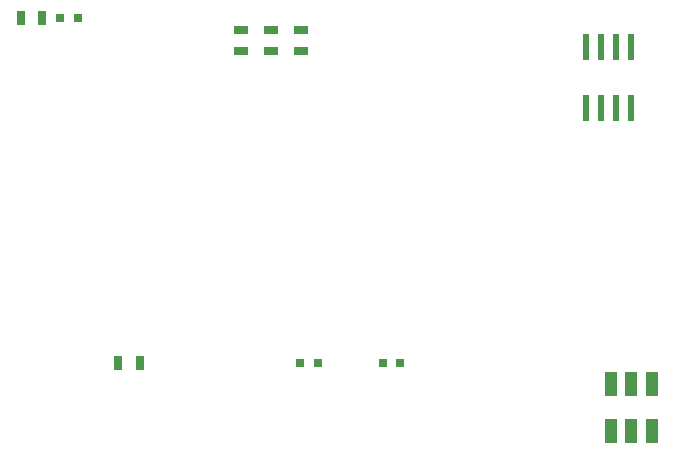
<source format=gtp>
G75*
G70*
%OFA0B0*%
%FSLAX24Y24*%
%IPPOS*%
%LPD*%
%AMOC8*
5,1,8,0,0,1.08239X$1,22.5*
%
%ADD10R,0.0236X0.0866*%
%ADD11R,0.0315X0.0472*%
%ADD12R,0.0472X0.0315*%
%ADD13R,0.0315X0.0315*%
%ADD14R,0.0433X0.0787*%
D10*
X025363Y015976D03*
X025863Y015976D03*
X026363Y015976D03*
X026863Y015976D03*
X026863Y018024D03*
X026363Y018024D03*
X025863Y018024D03*
X025363Y018024D03*
D11*
X009759Y007500D03*
X010468Y007500D03*
X007218Y019000D03*
X006509Y019000D03*
D12*
X013863Y018604D03*
X014863Y018604D03*
X015863Y018604D03*
X015863Y017896D03*
X014863Y017896D03*
X013863Y017896D03*
D13*
X008409Y019000D03*
X007818Y019000D03*
X015818Y007500D03*
X016409Y007500D03*
X018568Y007500D03*
X019159Y007500D03*
D14*
X026194Y006787D03*
X026863Y006787D03*
X027533Y006787D03*
X027533Y005213D03*
X026863Y005213D03*
X026194Y005213D03*
M02*

</source>
